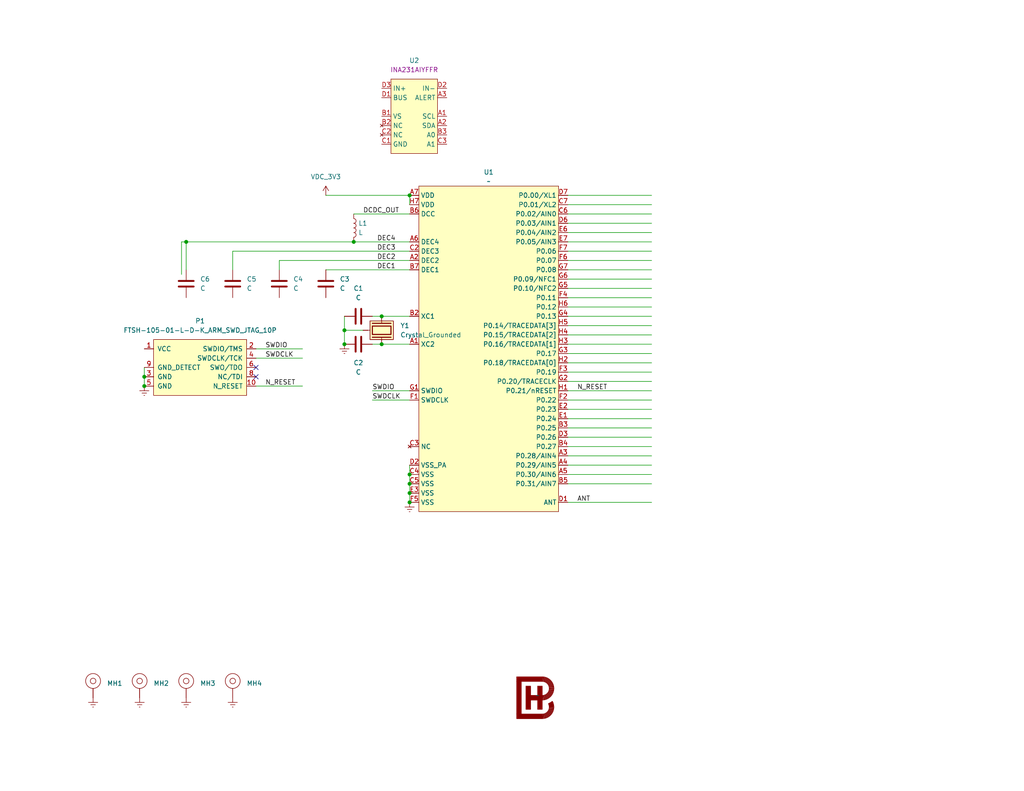
<source format=kicad_sch>
(kicad_sch (version 20231120) (generator "eeschema") (generator_version "8.0")
  (paper "A")
  (title_block (title "${PROJECT_NAME}") (rev "${PCB_REVISION}") (company "BRENDANHAINES.COM"))
  (lib_symbols
    (symbol "bh:GND" (power) (pin_names (offset 0))
      (symbol "GND_0_1"
        (polyline (pts (xy -0.635 -1.905) (xy 0.635 -1.905)))
        (polyline (pts (xy -0.127 -2.54) (xy 0.127 -2.54)))
        (polyline (pts (xy 0 -1.27) (xy 0 0)))
        (polyline (pts (xy 1.27 -1.27) (xy -1.27 -1.27)))
      )
      (symbol "GND_1_1"
        (pin power_in line (at 0 0 90) (length 0) hide (name "GND") (number "1"))
      )
    )
    (symbol "bh:LOGO_BH" (in_bom no)
      (symbol "LOGO_BH_0_1"
        (rectangle (start -5.08 -4.445) (end 1.905 -5.715) (fill (type outline)))
        (rectangle (start -5.08 4.445) (end -3.81 -4.445) (fill (type outline)))
        (rectangle (start -5.08 5.715) (end 1.905 4.445) (fill (type outline)))
        (rectangle (start -2.54 3.175) (end -1.27 -3.175) (fill (type outline)))
        (rectangle (start -1.27 0.635) (end 0.635 -0.635) (fill (type outline)))
        (polyline (pts (xy 1.905 0.635) (xy 1.905 -0.635)))
        (polyline (pts (xy 3.7084 -1.8542) (xy 3.7084 -1.6002)))
        (polyline (pts (xy 4.6482 -0.9906) (xy 4.572 -1.1684)))
        (polyline (pts (xy 4.7244 -1.1176) (xy 4.4704 -1.1684)))
        (polyline (pts (xy 4.8006 -1.2446) (xy 4.2418 -1.2954)))
        (polyline (pts (xy 4.8514 -1.3716) (xy 4.064 -1.4224)))
        (polyline (pts (xy 4.953 -2.54) (xy 4.9022 -1.778)))
        (polyline (pts (xy 3.81 -2.54) (xy 3.81 -2.3622) (xy 3.7846 -2.2098) (xy 3.7338 -2.032) (xy 3.683 -1.8796) (xy 3.6322 -1.7272) (xy 3.5814 -1.6002) (xy 3.7338 -1.524) (xy 3.8862 -1.4478) (xy 4.1148 -1.3208) (xy 4.2926 -1.2192) (xy 4.4704 -1.0922) (xy 4.6482 -0.9652) (xy 4.7498 -1.143) (xy 4.8514 -1.3462) (xy 4.9276 -1.5748) (xy 4.9784 -1.778) (xy 5.0292 -1.9812) (xy 5.0546 -2.1844) (xy 5.08 -2.54)))
        (rectangle (start 0.635 3.175) (end 1.905 -3.175) (fill (type outline)))
        (arc (start 1.905 -5.715) (mid 4.1501 -4.7851) (end 5.08 -2.54))
        (arc (start 1.905 -5.588) (mid 4.0603 -4.6953) (end 4.953 -2.54))
        (arc (start 1.905 -5.461) (mid 3.9705 -4.6055) (end 4.826 -2.54))
        (arc (start 1.905 -5.334) (mid 3.8807 -4.5157) (end 4.699 -2.54))
        (arc (start 1.905 -5.207) (mid 3.7909 -4.4259) (end 4.572 -2.54))
        (arc (start 1.905 -5.08) (mid 3.7011 -4.3361) (end 4.445 -2.54))
        (arc (start 1.905 -4.953) (mid 3.6112 -4.2462) (end 4.318 -2.54))
        (arc (start 1.905 -4.826) (mid 3.5214 -4.1564) (end 4.191 -2.54))
        (arc (start 1.905 -4.699) (mid 3.4316 -4.0666) (end 4.064 -2.54))
        (arc (start 1.905 -4.572) (mid 3.3418 -3.9768) (end 3.937 -2.54))
        (arc (start 1.905 -4.445) (mid 3.252 -3.887) (end 3.81 -2.54))
        (arc (start 1.905 -0.635) (mid 4.1501 0.2949) (end 5.08 2.54))
        (arc (start 1.905 -0.508) (mid 4.0603 0.3847) (end 4.953 2.54))
        (arc (start 1.905 -0.381) (mid 3.9705 0.4745) (end 4.826 2.54))
        (arc (start 1.905 -0.254) (mid 3.8807 0.5643) (end 4.699 2.54))
        (arc (start 1.905 -0.127) (mid 3.7909 0.6541) (end 4.572 2.54))
        (arc (start 1.905 0) (mid 3.7011 0.7439) (end 4.445 2.54))
        (arc (start 1.905 0.127) (mid 3.6112 0.8338) (end 4.318 2.54))
        (arc (start 1.905 0.254) (mid 3.5214 0.9236) (end 4.191 2.54))
        (arc (start 1.905 0.381) (mid 3.4316 1.0134) (end 4.064 2.54))
        (arc (start 1.905 0.508) (mid 3.3418 1.1032) (end 3.937 2.54))
        (arc (start 1.905 0.635) (mid 3.252 1.193) (end 3.81 2.54))
        (rectangle (start 3.81 -1.524) (end 4.826 -2.54) (fill (type outline)))
        (arc (start 3.81 2.54) (mid 3.252 3.887) (end 1.905 4.445))
        (arc (start 3.937 2.54) (mid 3.3418 3.9768) (end 1.905 4.572))
        (arc (start 4.064 2.54) (mid 3.4316 4.0666) (end 1.905 4.699))
        (arc (start 4.191 2.54) (mid 3.5214 4.1564) (end 1.905 4.826))
        (arc (start 4.318 2.54) (mid 3.6112 4.2462) (end 1.905 4.953))
        (arc (start 4.445 2.54) (mid 3.7011 4.3361) (end 1.905 5.08))
        (arc (start 4.572 2.54) (mid 3.7909 4.4259) (end 1.905 5.207))
        (arc (start 4.699 2.54) (mid 3.8807 4.5157) (end 1.905 5.334))
        (arc (start 4.826 2.54) (mid 3.9705 4.6055) (end 1.905 5.461))
        (arc (start 4.953 2.54) (mid 4.0603 4.6953) (end 1.905 5.588))
        (arc (start 5.08 2.54) (mid 4.1501 4.7851) (end 1.905 5.715))
      )
    )
    (symbol "bh:Mounting_Hole" (pin_numbers hide) (pin_names (offset 0.762) hide)
      (property "Reference" "MH" (at 0 7.62 0))
      (symbol "Mounting_Hole_0_1"
        (circle (center 0 4.572) (radius 0.762))
        (circle (center 0 4.572) (radius 2.032))
      )
      (symbol "Mounting_Hole_1_1"
        (pin passive line (at 0 0 90) (length 2.54) (name "1") (number "1"))
      )
    )
    (symbol "bh_dev:C" (pin_numbers hide) (pin_names (offset 0.254))
      (property "Reference" "C" (at 0.635 2.54 0))
      (property "Value" "C" (at 0.635 -2.54 0))
      (symbol "C_0_1"
        (polyline (pts (xy -2.032 -0.762) (xy 2.032 -0.762)) (stroke (width 0.508)))
        (polyline (pts (xy -2.032 0.762) (xy 2.032 0.762)) (stroke (width 0.508)))
      )
      (symbol "C_1_1"
        (pin passive line (at 0 3.81 270) (length 2.794) (name "~") (number "1"))
        (pin passive line (at 0 -3.81 90) (length 2.794) (name "~") (number "2"))
      )
    )
    (symbol "bh_dev:Crystal_Grounded" (pin_numbers hide) (pin_names (offset 1.016) hide)
      (property "Reference" "Y" (at 0 5.08 0))
      (property "Value" "Crystal_Grounded" (at 0 7.62 0))
      (symbol "Crystal_Grounded_0_1"
        (rectangle (start -2.54 -3.175) (end 2.54 3.175) (stroke (width 0.2032)) (fill (type background)))
        (rectangle (start -1.143 2.54) (end 1.143 -2.54) (stroke (width 0.3048)))
        (polyline (pts (xy -2.54 0) (xy -1.905 0)))
        (polyline (pts (xy -1.905 2.54) (xy -1.905 -2.54)) (stroke (width 0.3048)))
        (polyline (pts (xy 0 -3.81) (xy 0 -3.175)))
        (polyline (pts (xy 1.905 2.54) (xy 1.905 -2.54)) (stroke (width 0.3048)))
        (polyline (pts (xy 2.54 0) (xy 1.905 0)))
      )
      (symbol "Crystal_Grounded_1_1"
        (pin passive line (at 0 -5.08 90) (length 1.27) (name "0") (number "0"))
        (pin passive line (at -3.81 0 0) (length 1.27) (name "1") (number "1"))
        (pin passive line (at 3.81 0 180) (length 1.27) (name "2") (number "2"))
      )
    )
    (symbol "bh_dev:FTSH-105-01-L-D-K_ARM_SWD_JTAG_10P" (pin_names (offset 1.016))
      (property "Reference" "P" (at 0 0 0))
      (property "Value" "FTSH-105-01-L-D-K_ARM_SWD_JTAG_10P" (at 0 0 0))
      (symbol "FTSH-105-01-L-D-K_ARM_SWD_JTAG_10P_0_0"
        (rectangle (start 0 0) (end 25.4 -15.24) (fill (type background)))
      )
      (symbol "FTSH-105-01-L-D-K_ARM_SWD_JTAG_10P_1_1"
        (pin passive line (at -2.54 -2.54 0) (length 2.54) (name "VCC") (number "1"))
        (pin bidirectional line (at 27.94 -12.7 180) (length 2.54) (name "N_RESET") (number "10"))
        (pin bidirectional line (at 27.94 -2.54 180) (length 2.54) (name "SWDIO/TMS") (number "2"))
        (pin power_in line (at -2.54 -10.16 0) (length 2.54) (name "GND") (number "3"))
        (pin bidirectional line (at 27.94 -5.08 180) (length 2.54) (name "SWDCLK/TCK") (number "4"))
        (pin power_in line (at -2.54 -12.7 0) (length 2.54) (name "GND") (number "5"))
        (pin bidirectional line (at 27.94 -7.62 180) (length 2.54) (name "SWO/TDO") (number "6"))
        (pin bidirectional line (at 27.94 -10.16 180) (length 2.54) (name "NC/TDI") (number "8"))
        (pin passive line (at -2.54 -7.62 0) (length 2.54) (name "GND_DETECT") (number "9"))
      )
    )
    (symbol "bh_dev:GND" (power) (pin_names (offset 0))
      (symbol "GND_0_1"
        (polyline (pts (xy -0.635 -1.905) (xy 0.635 -1.905)))
        (polyline (pts (xy -0.127 -2.54) (xy 0.127 -2.54)))
        (polyline (pts (xy 0 -1.27) (xy 0 0)))
        (polyline (pts (xy 1.27 -1.27) (xy -1.27 -1.27)))
      )
      (symbol "GND_1_1"
        (pin power_in line (at 0 0 90) (length 0) hide (name "GND") (number "1"))
      )
    )
    (symbol "bh_dev:INA231AIYFFR"
      (property "Reference" "U" (at 0 0 0))
      (property "mpn" "INA231AIYFFR" (at 0 0 0))
      (symbol "INA231AIYFFR_0_1"
        (rectangle (start 0 0) (end 12.7 -20.32) (fill (type background)))
      )
      (symbol "INA231AIYFFR_1_1"
        (pin input line (at 15.24 -10.16 180) (length 2.54) (name "SCL") (number "A1"))
        (pin bidirectional line (at 15.24 -12.7 180) (length 2.54) (name "SDA") (number "A2"))
        (pin open_collector line (at 15.24 -5.08 180) (length 2.54) (name "ALERT") (number "A3"))
        (pin power_in line (at -2.54 -10.16 0) (length 2.54) (name "VS") (number "B1"))
        (pin no_connect line (at -2.54 -12.7 0) (length 2.54) (name "NC") (number "B2"))
        (pin input line (at 15.24 -15.24 180) (length 2.54) (name "A0") (number "B3"))
        (pin power_in line (at -2.54 -17.78 0) (length 2.54) (name "GND") (number "C1"))
        (pin no_connect line (at -2.54 -15.24 0) (length 2.54) (name "NC") (number "C2"))
        (pin input line (at 15.24 -17.78 180) (length 2.54) (name "A1") (number "C3"))
        (pin input line (at -2.54 -5.08 0) (length 2.54) (name "BUS") (number "D1"))
        (pin input line (at 15.24 -2.54 180) (length 2.54) (name "IN-") (number "D2"))
        (pin input line (at -2.54 -2.54 0) (length 2.54) (name "IN+") (number "D3"))
      )
    )
    (symbol "bh_dev:L" (pin_numbers hide) (pin_names (offset 1.016) hide)
      (property "Reference" "L" (at -1.27 0 90))
      (property "Value" "L" (at 1.905 0 90))
      (symbol "L_0_1"
        (arc (start 0 -2.54) (mid 0.6323 -1.905) (end 0 -1.27))
        (arc (start 0 -1.27) (mid 0.6323 -0.635) (end 0 0))
        (arc (start 0 0) (mid 0.6323 0.635) (end 0 1.27))
        (arc (start 0 1.27) (mid 0.6323 1.905) (end 0 2.54))
      )
      (symbol "L_1_1"
        (pin passive line (at 0 3.81 270) (length 1.27) (name "1") (number "1"))
        (pin passive line (at 0 -3.81 90) (length 1.27) (name "2") (number "2"))
      )
    )
    (symbol "bh_dev:NRF52832-CIAA-R"
      (property "Reference" "U" (at 0 0 0))
      (symbol "NRF52832-CIAA-R_1_1"
        (rectangle (start 0 0) (end 38.1 -88.9) (fill (type background)))
        (pin input line (at -2.54 -43.18 0) (length 2.54) (name "XC2") (number "A1"))
        (pin power_out line (at -2.54 -20.32 0) (length 2.54) (name "DEC2") (number "A2"))
        (pin bidirectional line (at 40.64 -73.66 180) (length 2.54) (name "P0.28/AIN4") (number "A3"))
        (pin bidirectional line (at 40.64 -76.2 180) (length 2.54) (name "P0.29/AIN5") (number "A4"))
        (pin bidirectional line (at 40.64 -78.74 180) (length 2.54) (name "P0.30/AIN6") (number "A5"))
        (pin power_out line (at -2.54 -15.24 0) (length 2.54) (name "DEC4") (number "A6"))
        (pin power_in line (at -2.54 -2.54 0) (length 2.54) (name "VDD") (number "A7"))
        (pin input line (at -2.54 -35.56 0) (length 2.54) (name "XC1") (number "B2"))
        (pin bidirectional line (at 40.64 -66.04 180) (length 2.54) (name "P0.25") (number "B3"))
        (pin bidirectional line (at 40.64 -71.12 180) (length 2.54) (name "P0.27") (number "B4"))
        (pin bidirectional line (at 40.64 -81.28 180) (length 2.54) (name "P0.31/AIN7") (number "B5"))
        (pin power_out line (at -2.54 -7.62 0) (length 2.54) (name "DCC") (number "B6"))
        (pin power_out line (at -2.54 -22.86 0) (length 2.54) (name "DEC1") (number "B7"))
        (pin power_out line (at -2.54 -17.78 0) (length 2.54) (name "DEC3") (number "C2"))
        (pin no_connect line (at -2.54 -71.12 0) (length 2.54) (name "NC") (number "C3"))
        (pin power_in line (at -2.54 -78.74 0) (length 2.54) (name "VSS") (number "C4"))
        (pin power_in line (at -2.54 -81.28 0) (length 2.54) (name "VSS") (number "C5"))
        (pin bidirectional line (at 40.64 -7.62 180) (length 2.54) (name "P0.02/AIN0") (number "C6"))
        (pin bidirectional line (at 40.64 -5.08 180) (length 2.54) (name "P0.01/XL2") (number "C7"))
        (pin bidirectional line (at 40.64 -86.36 180) (length 2.54) (name "ANT") (number "D1"))
        (pin power_in line (at -2.54 -76.2 0) (length 2.54) (name "VSS_PA") (number "D2"))
        (pin bidirectional line (at 40.64 -68.58 180) (length 2.54) (name "P0.26") (number "D3"))
        (pin bidirectional line (at 40.64 -10.16 180) (length 2.54) (name "P0.03/AIN1") (number "D6"))
        (pin bidirectional line (at 40.64 -2.54 180) (length 2.54) (name "P0.00/XL1") (number "D7"))
        (pin bidirectional line (at 40.64 -63.5 180) (length 2.54) (name "P0.24") (number "E1"))
        (pin bidirectional line (at 40.64 -60.96 180) (length 2.54) (name "P0.23") (number "E2"))
        (pin power_in line (at -2.54 -83.82 0) (length 2.54) (name "VSS") (number "E3"))
        (pin bidirectional line (at 40.64 -12.7 180) (length 2.54) (name "P0.04/AIN2") (number "E6"))
        (pin bidirectional line (at 40.64 -15.24 180) (length 2.54) (name "P0.05/AIN3") (number "E7"))
        (pin input line (at -2.54 -58.42 0) (length 2.54) (name "SWDCLK") (number "F1"))
        (pin bidirectional line (at 40.64 -58.42 180) (length 2.54) (name "P0.22") (number "F2"))
        (pin bidirectional line (at 40.64 -50.8 180) (length 2.54) (name "P0.19") (number "F3"))
        (pin bidirectional line (at 40.64 -30.48 180) (length 2.54) (name "P0.11") (number "F4"))
        (pin power_in line (at -2.54 -86.36 0) (length 2.54) (name "VSS") (number "F5"))
        (pin bidirectional line (at 40.64 -20.32 180) (length 2.54) (name "P0.07") (number "F6"))
        (pin bidirectional line (at 40.64 -17.78 180) (length 2.54) (name "P0.06") (number "F7"))
        (pin bidirectional line (at -2.54 -55.88 0) (length 2.54) (name "SWDIO") (number "G1"))
        (pin bidirectional line (at 40.64 -53.34 180) (length 2.54) (name "P0.20/TRACECLK") (number "G2"))
        (pin bidirectional line (at 40.64 -45.72 180) (length 2.54) (name "P0.17") (number "G3"))
        (pin bidirectional line (at 40.64 -35.56 180) (length 2.54) (name "P0.13") (number "G4"))
        (pin bidirectional line (at 40.64 -27.94 180) (length 2.54) (name "P0.10/NFC2") (number "G5"))
        (pin bidirectional line (at 40.64 -25.4 180) (length 2.54) (name "P0.09/NFC1") (number "G6"))
        (pin bidirectional line (at 40.64 -22.86 180) (length 2.54) (name "P0.08") (number "G7"))
        (pin bidirectional line (at 40.64 -55.88 180) (length 2.54) (name "P0.21/nRESET") (number "H1"))
        (pin bidirectional line (at 40.64 -48.26 180) (length 2.54) (name "P0.18/TRACEDATA[0]") (number "H2"))
        (pin bidirectional line (at 40.64 -43.18 180) (length 2.54) (name "P0.16/TRACEDATA[1]") (number "H3"))
        (pin bidirectional line (at 40.64 -40.64 180) (length 2.54) (name "P0.15/TRACEDATA[2]") (number "H4"))
        (pin bidirectional line (at 40.64 -38.1 180) (length 2.54) (name "P0.14/TRACEDATA[3]") (number "H5"))
        (pin bidirectional line (at 40.64 -33.02 180) (length 2.54) (name "P0.12") (number "H6"))
        (pin power_in line (at -2.54 -5.08 0) (length 2.54) (name "VDD") (number "H7"))
      )
    )
    (symbol "bh_dev:VDC_3V3" (power) (pin_names (offset 0))
      (property "Value" "VDC_3V3" (at 0 3.556 0))
      (symbol "VDC_3V3_0_1"
        (polyline (pts (xy -0.762 1.27) (xy 0 2.54)))
        (polyline (pts (xy 0 0) (xy 0 2.54)))
        (polyline (pts (xy 0 2.54) (xy 0.762 1.27)))
      )
      (symbol "VDC_3V3_1_1"
        (pin power_in line (at 0 0 90) (length 0) hide (name "VDC_3V3") (number "1"))
      )
    )
  )
  (junction (at 96.52 66.04))
  (junction (at 50.8 66.04))
  (junction (at 93.98 90.17))
  (junction (at 39.37 105.41))
  (junction (at 93.98 93.98))
  (junction (at 111.76 132.08))
  (junction (at 111.76 134.62))
  (junction (at 111.76 53.34))
  (junction (at 104.14 93.98))
  (junction (at 39.37 102.87))
  (junction (at 111.76 137.16))
  (junction (at 104.14 86.36))
  (junction (at 111.76 129.54))
  (no_connect (at 69.85 100.33))
  (no_connect (at 69.85 102.87))
  (wire (pts (xy 154.94 83.82) (xy 177.8 83.82)))
  (wire (pts (xy 111.76 134.62) (xy 111.76 137.16)))
  (wire (pts (xy 154.94 137.16) (xy 177.8 137.16)))
  (wire (pts (xy 101.6 93.98) (xy 104.14 93.98)))
  (wire (pts (xy 154.94 119.38) (xy 177.8 119.38)))
  (wire (pts (xy 154.94 106.68) (xy 177.8 106.68)))
  (wire (pts (xy 154.94 114.3) (xy 177.8 114.3)))
  (wire (pts (xy 154.94 96.52) (xy 177.8 96.52)))
  (wire (pts (xy 154.94 124.46) (xy 177.8 124.46)))
  (wire (pts (xy 154.94 127) (xy 177.8 127)))
  (wire (pts (xy 154.94 66.04) (xy 177.8 66.04)))
  (wire (pts (xy 154.94 58.42) (xy 177.8 58.42)))
  (wire (pts (xy 154.94 60.96) (xy 177.8 60.96)))
  (wire (pts (xy 101.6 86.36) (xy 104.14 86.36)))
  (wire (pts (xy 154.94 101.6) (xy 177.8 101.6)))
  (wire (pts (xy 154.94 63.5) (xy 177.8 63.5)))
  (wire (pts (xy 154.94 78.74) (xy 177.8 78.74)))
  (wire (pts (xy 154.94 81.28) (xy 177.8 81.28)))
  (wire (pts (xy 154.94 73.66) (xy 177.8 73.66)))
  (wire (pts (xy 49.53 66.04) (xy 49.53 74.93)))
  (wire (pts (xy 101.6 106.68) (xy 111.76 106.68)))
  (wire (pts (xy 63.5 73.66) (xy 63.5 68.58)))
  (wire (pts (xy 154.94 116.84) (xy 177.8 116.84)))
  (wire (pts (xy 154.94 76.2) (xy 177.8 76.2)))
  (wire (pts (xy 154.94 111.76) (xy 177.8 111.76)))
  (wire (pts (xy 111.76 127) (xy 111.76 129.54)))
  (wire (pts (xy 99.06 90.17) (xy 93.98 90.17)))
  (wire (pts (xy 88.9 73.66) (xy 111.76 73.66)))
  (wire (pts (xy 50.8 73.66) (xy 50.8 66.04)))
  (wire (pts (xy 111.76 71.12) (xy 76.2 71.12)))
  (wire (pts (xy 88.9 53.34) (xy 111.76 53.34)))
  (wire (pts (xy 154.94 132.08) (xy 177.8 132.08)))
  (wire (pts (xy 39.37 102.87) (xy 39.37 105.41)))
  (wire (pts (xy 154.94 104.14) (xy 177.8 104.14)))
  (wire (pts (xy 50.8 66.04) (xy 96.52 66.04)))
  (wire (pts (xy 49.53 66.04) (xy 50.8 66.04)))
  (wire (pts (xy 76.2 71.12) (xy 76.2 73.66)))
  (wire (pts (xy 154.94 99.06) (xy 177.8 99.06)))
  (wire (pts (xy 69.85 97.79) (xy 82.55 97.79)))
  (wire (pts (xy 154.94 86.36) (xy 177.8 86.36)))
  (wire (pts (xy 154.94 68.58) (xy 177.8 68.58)))
  (wire (pts (xy 154.94 71.12) (xy 177.8 71.12)))
  (wire (pts (xy 63.5 68.58) (xy 111.76 68.58)))
  (wire (pts (xy 93.98 93.98) (xy 93.98 90.17)))
  (wire (pts (xy 69.85 105.41) (xy 82.55 105.41)))
  (wire (pts (xy 96.52 58.42) (xy 111.76 58.42)))
  (wire (pts (xy 154.94 55.88) (xy 177.8 55.88)))
  (wire (pts (xy 39.37 100.33) (xy 39.37 102.87)))
  (wire (pts (xy 154.94 109.22) (xy 177.8 109.22)))
  (wire (pts (xy 154.94 121.92) (xy 177.8 121.92)))
  (wire (pts (xy 154.94 88.9) (xy 177.8 88.9)))
  (wire (pts (xy 101.6 109.22) (xy 111.76 109.22)))
  (wire (pts (xy 154.94 53.34) (xy 177.8 53.34)))
  (wire (pts (xy 154.94 129.54) (xy 177.8 129.54)))
  (wire (pts (xy 111.76 53.34) (xy 111.76 55.88)))
  (wire (pts (xy 154.94 91.44) (xy 177.8 91.44)))
  (wire (pts (xy 69.85 95.25) (xy 82.55 95.25)))
  (wire (pts (xy 104.14 86.36) (xy 111.76 86.36)))
  (wire (pts (xy 111.76 129.54) (xy 111.76 132.08)))
  (wire (pts (xy 104.14 93.98) (xy 111.76 93.98)))
  (wire (pts (xy 111.76 132.08) (xy 111.76 134.62)))
  (wire (pts (xy 154.94 93.98) (xy 177.8 93.98)))
  (wire (pts (xy 93.98 90.17) (xy 93.98 86.36)))
  (wire (pts (xy 96.52 66.04) (xy 111.76 66.04)))
  (label "DEC2" (at 102.87 71.12 0))
  (label "SWDIO" (at 72.39 95.25 0))
  (label "DEC3" (at 102.87 68.58 0))
  (label "DEC1" (at 102.87 73.66 0))
  (label "SWDIO" (at 101.6 106.68 0))
  (label "N_RESET" (at 72.39 105.41 0))
  (label "DEC4" (at 102.87 66.04 0))
  (label "SWDCLK" (at 101.6 109.22 0))
  (label "N_RESET" (at 157.48 106.68 0))
  (label "SWDCLK" (at 72.39 97.79 0))
  (label "ANT" (at 157.48 137.16 0))
  (label "DCDC_OUT" (at 99.06 58.42 0))
  (symbol (lib_id "bh_dev:C") (at 50.8 77.47 180) (unit 1)
    (property "Reference" "C6" (at 54.61 76.1999 0) (effects (justify right)))
    (property "Value" "C" (at 54.61 78.7399 0) (effects (justify right)))
    (property "Footprint" "common_dev:C0402" (effects (hide yes)))
    (property "Description" "Capacitor" (effects (hide yes)))
    (property "FieldName" "Value" (effects (hide yes)))
  )
  (symbol (lib_id "bh_dev:C") (at 97.79 86.36 90) (unit 1)
    (property "Reference" "C1" (at 97.79 78.74 90))
    (property "Value" "C" (at 97.79 81.28 90))
    (property "Footprint" "common_dev:C0402" (effects (hide yes)))
    (property "Description" "Capacitor" (effects (hide yes)))
    (property "FieldName" "Value" (effects (hide yes)))
  )
  (symbol (lib_id "bh_dev:C") (at 97.79 93.98 90) (unit 1)
    (property "Reference" "C2" (at 97.79 99.06 90))
    (property "Value" "C" (at 97.79 101.6 90))
    (property "Footprint" "common_dev:C0402" (effects (hide yes)))
    (property "Description" "Capacitor" (effects (hide yes)))
    (property "FieldName" "Value" (effects (hide yes)))
  )
  (symbol (lib_id "bh:LOGO_BH") (at 146.05 190.5 0) (unit 1) (in_bom no)
    (property "Reference" "LOGO1" (effects (hide yes)))
    (property "Value" "~" (at 146.685 189.865 0))
    (property "Footprint" "common:LOGO_BH" (effects (hide yes)))
  )
  (symbol (lib_id "bh:Mounting_Hole") (at 63.5 190.5 0) (unit 1)
    (property "Reference" "MH4" (at 67.31 186.563 0) (effects (justify left)))
    (property "Value" "Mounting_Hole" (effects (hide yes)))
    (property "Footprint" "common:MH120X230_#4" (effects (hide yes)))
  )
  (symbol (lib_id "bh_dev:Crystal_Grounded") (at 104.14 90.17 270) (unit 1)
    (property "Reference" "Y1" (at 109.22 88.8999 90) (effects (justify left)))
    (property "Value" "Crystal_Grounded" (at 109.22 91.4399 90) (effects (justify left)))
    (property "Description" "Crystal" (effects (hide yes)))
  )
  (symbol (lib_id "bh_dev:C") (at 63.5 77.47 180) (unit 1)
    (property "Reference" "C5" (at 67.31 76.1999 0) (effects (justify right)))
    (property "Value" "C" (at 67.31 78.7399 0) (effects (justify right)))
    (property "Footprint" "common_dev:C0402" (effects (hide yes)))
    (property "Description" "Capacitor" (effects (hide yes)))
    (property "FieldName" "Value" (effects (hide yes)))
  )
  (symbol (lib_id "bh:GND") (at 38.1 190.5 0) (unit 1)
    (property "Reference" "#PWR02" (effects (hide yes)))
    (property "Value" "GND" (effects (hide yes)))
  )
  (symbol (lib_id "bh_dev:GND") (at 39.37 105.41 0) (unit 1)
    (property "Reference" "#PWR06" (effects (hide yes)))
    (property "Value" "GND" (effects (hide yes)))
    (property "Description" "Power Symbol" (effects (hide yes)))
  )
  (symbol (lib_id "bh_dev:VDC_3V3") (at 88.9 53.34 0) (unit 1)
    (property "Reference" "#PWR08" (effects (hide yes)))
    (property "Value" "VDC_3V3" (at 88.9 48.26 0))
    (property "Description" "Power Symbol" (effects (hide yes)))
  )
  (symbol (lib_id "bh:GND") (at 25.4 190.5 0) (unit 1)
    (property "Reference" "#PWR01" (effects (hide yes)))
    (property "Value" "GND" (effects (hide yes)))
  )
  (symbol (lib_id "bh:Mounting_Hole") (at 50.8 190.5 0) (unit 1)
    (property "Reference" "MH3" (at 54.61 186.563 0) (effects (justify left)))
    (property "Value" "Mounting_Hole" (effects (hide yes)))
    (property "Footprint" "common:MH120X230_#4" (effects (hide yes)))
  )
  (symbol (lib_id "bh_dev:GND") (at 111.76 137.16 0) (unit 1)
    (property "Reference" "#PWR05" (effects (hide yes)))
    (property "Value" "GND" (effects (hide yes)))
    (property "Description" "Power Symbol" (effects (hide yes)))
  )
  (symbol (lib_id "bh_dev:GND") (at 93.98 93.98 0) (unit 1)
    (property "Reference" "#PWR07" (effects (hide yes)))
    (property "Value" "GND" (effects (hide yes)))
    (property "Description" "Power Symbol" (effects (hide yes)))
  )
  (symbol (lib_id "bh:Mounting_Hole") (at 25.4 190.5 0) (unit 1)
    (property "Reference" "MH1" (at 29.21 186.563 0) (effects (justify left)))
    (property "Value" "Mounting_Hole" (effects (hide yes)))
    (property "Footprint" "common:MH120X230_#4" (effects (hide yes)))
  )
  (symbol (lib_id "bh_dev:NRF52832-CIAA-R") (at 114.3 50.8 0) (unit 1)
    (property "Reference" "U1" (at 133.35 46.99 0))
    (property "Value" "~" (at 133.35 49.53 0))
    (property "Footprint" "common_dev:BGA40P295X322X40-50_NRF52832" (effects (hide yes)))
    (property "Datasheet" "https://infocenter.nordicsemi.com/pdf/nRF52832_PS_v1.4.pdf" (effects (hide yes)))
  )
  (symbol (lib_id "bh_dev:C") (at 88.9 77.47 180) (unit 1)
    (property "Reference" "C3" (at 92.71 76.1999 0) (effects (justify right)))
    (property "Value" "C" (at 92.71 78.7399 0) (effects (justify right)))
    (property "Footprint" "common_dev:C0402" (effects (hide yes)))
    (property "Description" "Capacitor" (effects (hide yes)))
    (property "FieldName" "Value" (effects (hide yes)))
  )
  (symbol (lib_id "bh_dev:INA231AIYFFR") (at 106.68 21.59 0) (unit 1)
    (property "Reference" "U2" (at 113.03 16.51 0))
    (property "Footprint" "common_dev:BGA40P165X139X63-12-TI_YFF" (effects (hide yes)))
    (property "Datasheet" "https://www.ti.com/lit/ds/symlink/ina231.pdf" (effects (hide yes)))
    (property "Description" "Sensor, Voltage/Current, 16-bit, I2C" (effects (hide yes)))
    (property "mfr" "Texas Instruments" (effects (hide yes)))
    (property "mpn" "INA231AIYFFR" (at 113.03 19.05 0))
  )
  (symbol (lib_id "bh_dev:L") (at 96.52 62.23 0) (unit 1)
    (property "Reference" "L1" (at 97.79 60.9599 0) (effects (justify left)))
    (property "Value" "L" (at 97.79 63.4999 0) (effects (justify left)))
    (property "Description" "Inductor" (effects (hide yes)))
    (property "FieldName" "Value" (effects (hide yes)))
  )
  (symbol (lib_id "bh:GND") (at 63.5 190.5 0) (unit 1)
    (property "Reference" "#PWR04" (effects (hide yes)))
    (property "Value" "GND" (effects (hide yes)))
  )
  (symbol (lib_id "bh_dev:C") (at 76.2 77.47 180) (unit 1)
    (property "Reference" "C4" (at 80.01 76.1999 0) (effects (justify right)))
    (property "Value" "C" (at 80.01 78.7399 0) (effects (justify right)))
    (property "Footprint" "common_dev:C0402" (effects (hide yes)))
    (property "Description" "Capacitor" (effects (hide yes)))
    (property "FieldName" "Value" (effects (hide yes)))
  )
  (symbol (lib_id "bh_dev:FTSH-105-01-L-D-K_ARM_SWD_JTAG_10P") (at 41.91 92.71 0) (unit 1)
    (property "Reference" "P1" (at 54.61 87.63 0))
    (property "Value" "FTSH-105-01-L-D-K_ARM_SWD_JTAG_10P" (at 54.61 90.17 0))
    (property "Footprint" "common_dev:PinHeader_2x05_P1.27mm_Vertical-Samtec_FTSH-105-01-L-D-K" (effects (hide yes)))
    (property "Description" "Connector, Header, 0.050\", 2x5, SWD/JTAG" (effects (hide yes)))
    (property "mfr" "Samtec, Inc." (effects (hide yes)))
    (property "mpn" "FTSH-105-01-L-D-K" (effects (hide yes)))
    (property "Supplier" "Samtec, Inc." (effects (hide yes)))
    (property "SupplierPartNumber" "FTSH-105-01-L-D-K" (effects (hide yes)))
  )
  (symbol (lib_id "bh:GND") (at 50.8 190.5 0) (unit 1)
    (property "Reference" "#PWR03" (effects (hide yes)))
    (property "Value" "GND" (effects (hide yes)))
  )
  (symbol (lib_id "bh:Mounting_Hole") (at 38.1 190.5 0) (unit 1)
    (property "Reference" "MH2" (at 41.91 186.563 0) (effects (justify left)))
    (property "Value" "Mounting_Hole" (effects (hide yes)))
    (property "Footprint" "common:MH120X230_#4" (effects (hide yes)))
  )
)
</source>
